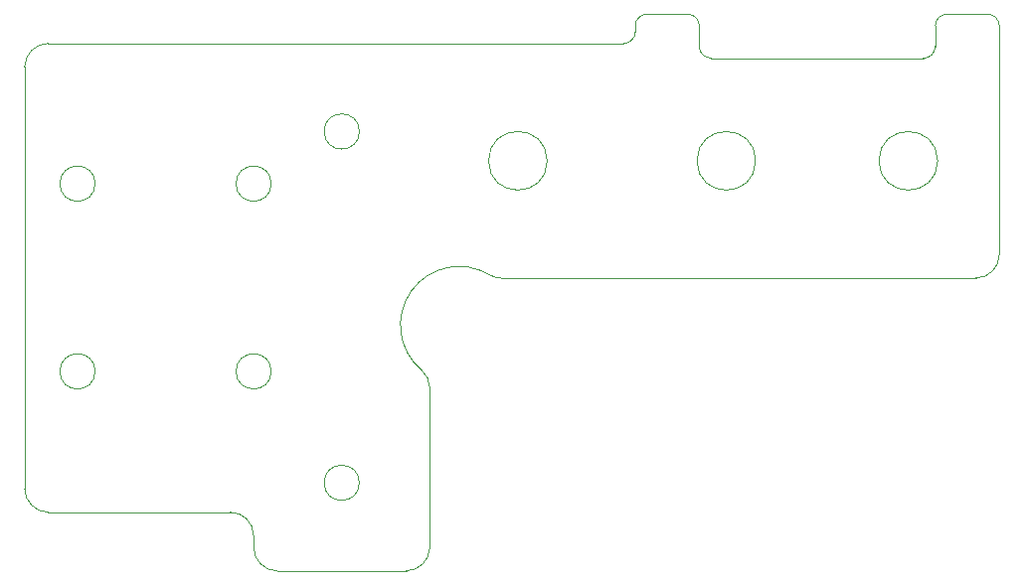
<source format=gm1>
G04 #@! TF.GenerationSoftware,KiCad,Pcbnew,5.1.9+dfsg1-1+deb11u1*
G04 #@! TF.CreationDate,2023-07-28T22:25:36+09:00*
G04 #@! TF.ProjectId,y-carrier-rf,792d6361-7272-4696-9572-2d72662e6b69,rev?*
G04 #@! TF.SameCoordinates,Original*
G04 #@! TF.FileFunction,Profile,NP*
%FSLAX46Y46*%
G04 Gerber Fmt 4.6, Leading zero omitted, Abs format (unit mm)*
G04 Created by KiCad (PCBNEW 5.1.9+dfsg1-1+deb11u1) date 2023-07-28 22:25:36*
%MOMM*%
%LPD*%
G01*
G04 APERTURE LIST*
G04 #@! TA.AperFunction,Profile*
%ADD10C,0.050000*%
G04 #@! TD*
G04 APERTURE END LIST*
D10*
X131000000Y-123000000D02*
X115500000Y-123000000D01*
X134500000Y-111000000D02*
G75*
G03*
X134500000Y-111000000I-1500000J0D01*
G01*
X195500000Y-80550000D02*
X192050000Y-80550000D01*
X191050000Y-83300000D02*
G75*
G02*
X190050000Y-84300000I-1000000J0D01*
G01*
X171950000Y-84300000D02*
G75*
G02*
X170950000Y-83300000I0J1000000D01*
G01*
X196500000Y-101050000D02*
G75*
G02*
X194500000Y-103050000I-2000000J0D01*
G01*
X134500000Y-95000000D02*
G75*
G03*
X134500000Y-95000000I-1500000J0D01*
G01*
X148000000Y-112411900D02*
X148000000Y-126000000D01*
X135000000Y-128000000D02*
X146000000Y-128000000D01*
X133000000Y-126000000D02*
X133000000Y-125000000D01*
X115500000Y-123000000D02*
G75*
G02*
X113500000Y-121000000I0J2000000D01*
G01*
X113500000Y-85050000D02*
G75*
G02*
X115500000Y-83050000I2000000J0D01*
G01*
X154105600Y-103050000D02*
G75*
G02*
X153075434Y-102764281I0J2000000D01*
G01*
X169950000Y-80550000D02*
X166500000Y-80550000D01*
X175750000Y-93050000D02*
G75*
G03*
X175750000Y-93050000I-2500000J0D01*
G01*
X135000000Y-128000000D02*
G75*
G02*
X133000000Y-126000000I0J2000000D01*
G01*
X169950000Y-80550000D02*
G75*
G02*
X170950000Y-81550000I0J-1000000D01*
G01*
X165500000Y-81550000D02*
X165500000Y-82050000D01*
X191050000Y-83300000D02*
X191050000Y-81550000D01*
X194500000Y-103050000D02*
X154105600Y-103050000D01*
X148000000Y-126000000D02*
G75*
G02*
X146000000Y-128000000I-2000000J0D01*
G01*
X147285714Y-110879928D02*
G75*
G02*
X148000000Y-112411900I-1285714J-1531972D01*
G01*
X147285728Y-110879942D02*
G75*
G02*
X153075392Y-102764285I3214272J3829942D01*
G01*
X119500000Y-95000000D02*
G75*
G03*
X119500000Y-95000000I-1500000J0D01*
G01*
X170950000Y-81550000D02*
X170950000Y-83300000D01*
X131000000Y-123000000D02*
G75*
G02*
X133000000Y-125000000I0J-2000000D01*
G01*
X191050000Y-81550000D02*
G75*
G02*
X192050000Y-80550000I1000000J0D01*
G01*
X165500000Y-81550000D02*
G75*
G02*
X166500000Y-80550000I1000000J0D01*
G01*
X195500000Y-80550000D02*
G75*
G02*
X196500000Y-81550000I0J-1000000D01*
G01*
X196500000Y-81550000D02*
X196500000Y-101050000D01*
X142000000Y-120500000D02*
G75*
G03*
X142000000Y-120500000I-1500000J0D01*
G01*
X191250000Y-93050000D02*
G75*
G03*
X191250000Y-93050000I-2500000J0D01*
G01*
X115500000Y-83050000D02*
X164500000Y-83050000D01*
X158000000Y-93050000D02*
G75*
G03*
X158000000Y-93050000I-2500000J0D01*
G01*
X171950000Y-84300000D02*
X190050000Y-84300000D01*
X113500000Y-85050000D02*
X113500000Y-121000000D01*
X165500000Y-82050000D02*
G75*
G02*
X164500000Y-83050000I-1000000J0D01*
G01*
X142000000Y-90550000D02*
G75*
G03*
X142000000Y-90550000I-1500000J0D01*
G01*
X119500000Y-111000000D02*
G75*
G03*
X119500000Y-111000000I-1500000J0D01*
G01*
M02*

</source>
